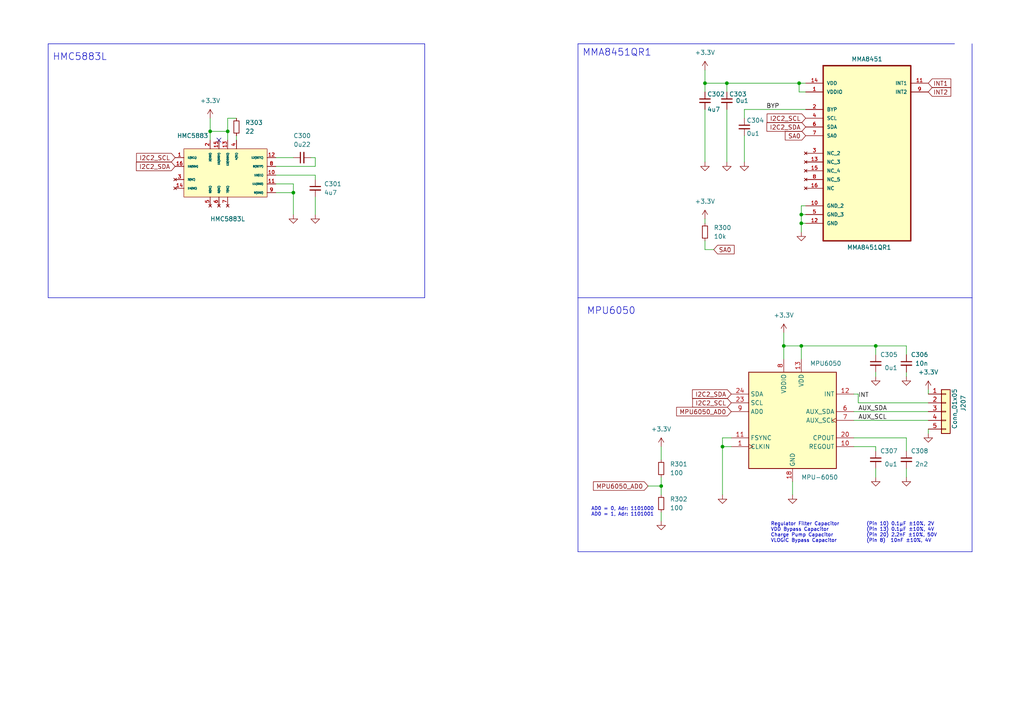
<source format=kicad_sch>
(kicad_sch (version 20230121) (generator eeschema)
  (paper "A4")
  (lib_symbols
    (symbol "Connector_Generic:Conn_01x05" (pin_names (offset 1.016) hide)
      (property "Reference" "J" (at 0 7.62 0))
      (property "Value" "Conn_01x05" (at 0 -7.62 0))
      (symbol "Conn_01x05_1_1"
        (rectangle (start -1.27 -4.953) (end 0 -5.207) (stroke (width 0.1524)))
        (rectangle (start -1.27 -2.413) (end 0 -2.667) (stroke (width 0.1524)))
        (rectangle (start -1.27 0.127) (end 0 -0.127) (stroke (width 0.1524)))
        (rectangle (start -1.27 2.667) (end 0 2.413) (stroke (width 0.1524)))
        (rectangle (start -1.27 5.207) (end 0 4.953) (stroke (width 0.1524)))
        (rectangle (start -1.27 6.35) (end 1.27 -6.35) (stroke (width 0.254)) (fill (type background)))
        (pin passive line (at -5.08 5.08 0) (length 3.81) (name "Pin_1") (number "1"))
        (pin passive line (at -5.08 2.54 0) (length 3.81) (name "Pin_2") (number "2"))
        (pin passive line (at -5.08 0 0) (length 3.81) (name "Pin_3") (number "3"))
        (pin passive line (at -5.08 -2.54 0) (length 3.81) (name "Pin_4") (number "4"))
        (pin passive line (at -5.08 -5.08 0) (length 3.81) (name "Pin_5") (number "5"))
      )
    )
    (symbol "Device:C_Small" (pin_numbers hide) (pin_names (offset 0.254) hide)
      (property "Reference" "C" (at 0.254 1.778 0))
      (property "Value" "C_Small" (at 0.254 -2.032 0))
      (symbol "C_Small_0_1"
        (polyline (pts (xy -1.524 -0.508) (xy 1.524 -0.508)) (stroke (width 0.3302)))
        (polyline (pts (xy -1.524 0.508) (xy 1.524 0.508)) (stroke (width 0.3048)))
      )
      (symbol "C_Small_1_1"
        (pin passive line (at 0 2.54 270) (length 2.032) (name "~") (number "1"))
        (pin passive line (at 0 -2.54 90) (length 2.032) (name "~") (number "2"))
      )
    )
    (symbol "Device:R_Small" (pin_numbers hide) (pin_names (offset 0.254) hide)
      (property "Reference" "R" (at 0.762 0.508 0))
      (property "Value" "R_Small" (at 0.762 -1.016 0))
      (symbol "R_Small_0_1"
        (rectangle (start -0.762 1.778) (end 0.762 -1.778) (stroke (width 0.2032)))
      )
      (symbol "R_Small_1_1"
        (pin passive line (at 0 2.54 270) (length 0.762) (name "~") (number "1"))
        (pin passive line (at 0 -2.54 90) (length 0.762) (name "~") (number "2"))
      )
    )
    (symbol "MAGNETIC-HMC5883L_PLCC16_:MAGNETIC-HMC5883L(PLCC16)" (pin_names (offset 1.016))
      (property "Reference" "U" (at -1.27 20.32 0))
      (property "Value" "MAGNETIC-HMC5883L(PLCC16)" (at -5.08 2.54 0))
      (symbol "MAGNETIC-HMC5883L(PLCC16)_0_0"
        (polyline (pts (xy -20.32 7.62) (xy -19.05 7.62)) (stroke (width 0.1524)))
        (pin bidirectional line (at -21.59 16.51 0) (length 2.54) (name "1(SCL)") (number "1"))
        (pin bidirectional line (at 7.62 11.43 180) (length 2.54) (name "10(C1)") (number "10"))
        (pin power_in line (at 7.62 8.89 180) (length 2.54) (name "11(GND)") (number "11"))
        (pin bidirectional line (at 7.62 16.51 180) (length 2.54) (name "12(SETC)") (number "12"))
        (pin power_in line (at -6.35 21.59 270) (length 2.54) (name "13(VDDIO)") (number "13"))
        (pin no_connect line (at -21.59 7.62 0) (length 2.54) (name "14(NC)") (number "14"))
        (pin bidirectional line (at -8.89 21.59 270) (length 2.54) (name "15(DRDY)") (number "15"))
        (pin bidirectional line (at -21.59 13.97 0) (length 2.54) (name "16(SDA)") (number "16"))
        (pin power_in line (at -11.43 21.59 270) (length 2.54) (name "2(VDD)") (number "2"))
        (pin no_connect line (at -21.59 10.16 0) (length 2.54) (name "3(NC)") (number "3"))
        (pin bidirectional line (at -3.81 21.59 270) (length 2.54) (name "4(S1)") (number "4"))
        (pin no_connect line (at -11.43 2.54 90) (length 2.54) (name "5(NC)") (number "5"))
        (pin no_connect line (at -8.89 2.54 90) (length 2.54) (name "6(NC)") (number "6"))
        (pin no_connect line (at -6.35 2.54 90) (length 2.54) (name "7(NC)") (number "7"))
        (pin bidirectional line (at 7.62 13.97 180) (length 2.54) (name "8(SETP)") (number "8"))
        (pin power_in line (at 7.62 6.35 180) (length 2.54) (name "9(GND)") (number "9"))
      )
      (symbol "MAGNETIC-HMC5883L(PLCC16)_0_1"
        (rectangle (start -19.05 19.05) (end 5.08 5.08) (fill (type background)))
      )
    )
    (symbol "MMA8451QR1:MMA8451QR1" (pin_names (offset 1.016))
      (property "Reference" "U" (at -5.2368 25.4469 0))
      (property "Value" "MMA8451QR1" (at -4.3489 -32.4263 0))
      (symbol "MMA8451QR1_0_0"
        (rectangle (start -12.7 -27.94) (end 12.7 22.86) (stroke (width 0.4064)) (fill (type background)))
        (pin power_in line (at -17.78 15.24 0) (length 5.08) (name "VDDIO") (number "1"))
        (pin passive line (at -17.78 -17.78 0) (length 5.08) (name "GND_2") (number "10"))
        (pin output line (at 17.78 17.78 180) (length 5.08) (name "INT1") (number "11"))
        (pin passive line (at -17.78 -22.86 0) (length 5.08) (name "GND") (number "12"))
        (pin no_connect line (at -17.78 -5.08 0) (length 5.08) (name "NC_3") (number "13"))
        (pin power_in line (at -17.78 17.78 0) (length 5.08) (name "VDD") (number "14"))
        (pin no_connect line (at -17.78 -7.62 0) (length 5.08) (name "NC_4") (number "15"))
        (pin no_connect line (at -17.78 -12.7 0) (length 5.08) (name "NC") (number "16"))
        (pin input line (at -17.78 10.16 0) (length 5.08) (name "BYP") (number "2"))
        (pin no_connect line (at -17.78 -2.54 0) (length 5.08) (name "NC_2") (number "3"))
        (pin input line (at -17.78 7.62 0) (length 5.08) (name "SCL") (number "4"))
        (pin passive line (at -17.78 -20.32 0) (length 5.08) (name "GND_3") (number "5"))
        (pin input line (at -17.78 5.08 0) (length 5.08) (name "SDA") (number "6"))
        (pin input line (at -17.78 2.54 0) (length 5.08) (name "SA0") (number "7"))
        (pin no_connect line (at -17.78 -10.16 0) (length 5.08) (name "NC_5") (number "8"))
        (pin output line (at 17.78 15.24 180) (length 5.08) (name "INT2") (number "9"))
      )
    )
    (symbol "Sensor_Motion:MPU-6050"
      (property "Reference" "U" (at -11.43 13.97 0))
      (property "Value" "MPU-6050" (at 7.62 -15.24 0))
      (symbol "MPU-6050_0_0"
        (text "" (at 12.7 -2.54 0) (effects (font (size 1.27 1.27))))
      )
      (symbol "MPU-6050_0_1"
        (rectangle (start -12.7 13.97) (end 12.7 -13.97) (stroke (width 0.254)) (fill (type background)))
      )
      (symbol "MPU-6050_1_1"
        (pin input clock (at -17.78 -7.62 0) (length 5.08) (name "CLKIN") (number "1"))
        (pin passive line (at 17.78 -7.62 180) (length 5.08) (name "REGOUT") (number "10"))
        (pin input line (at -17.78 -5.08 0) (length 5.08) (name "FSYNC") (number "11"))
        (pin output line (at 17.78 7.62 180) (length 5.08) (name "INT") (number "12"))
        (pin power_in line (at 2.54 17.78 270) (length 3.81) (name "VDD") (number "13"))
        (pin no_connect line (at -12.7 -10.16 0) (length 2.54) hide (name "NC") (number "14"))
        (pin no_connect line (at 12.7 12.7 180) (length 2.54) hide (name "NC") (number "15"))
        (pin no_connect line (at 12.7 10.16 180) (length 2.54) hide (name "NC") (number "16"))
        (pin no_connect line (at 12.7 5.08 180) (length 2.54) hide (name "NC") (number "17"))
        (pin power_in line (at 0 -17.78 90) (length 3.81) (name "GND") (number "18"))
        (pin no_connect line (at 12.7 -10.16 180) (length 2.54) hide (name "NC") (number "19"))
        (pin no_connect line (at -12.7 12.7 0) (length 2.54) hide (name "NC") (number "2"))
        (pin passive line (at 17.78 -5.08 180) (length 5.08) (name "CPOUT") (number "20"))
        (pin no_connect line (at 12.7 -2.54 180) (length 2.54) hide (name "NC") (number "21"))
        (pin no_connect line (at 12.7 -12.7 180) (length 2.54) hide (name "NC") (number "22"))
        (pin input line (at -17.78 5.08 0) (length 5.08) (name "SCL") (number "23"))
        (pin bidirectional line (at -17.78 7.62 0) (length 5.08) (name "SDA") (number "24"))
        (pin no_connect line (at -12.7 10.16 0) (length 2.54) hide (name "NC") (number "3"))
        (pin no_connect line (at -12.7 0 0) (length 2.54) hide (name "NC") (number "4"))
        (pin no_connect line (at -12.7 -2.54 0) (length 2.54) hide (name "NC") (number "5"))
        (pin bidirectional line (at 17.78 2.54 180) (length 5.08) (name "AUX_SDA") (number "6"))
        (pin output clock (at 17.78 0 180) (length 5.08) (name "AUX_SCL") (number "7"))
        (pin power_in line (at -2.54 17.78 270) (length 3.81) (name "VDDIO") (number "8"))
        (pin input line (at -17.78 2.54 0) (length 5.08) (name "AD0") (number "9"))
      )
    )
    (symbol "power:+3.3V" (power) (pin_names (offset 0))
      (property "Value" "+3.3V" (at 0 3.556 0))
      (symbol "+3.3V_0_1"
        (polyline (pts (xy -0.762 1.27) (xy 0 2.54)))
        (polyline (pts (xy 0 0) (xy 0 2.54)))
        (polyline (pts (xy 0 2.54) (xy 0.762 1.27)))
      )
      (symbol "+3.3V_1_1"
        (pin power_in line (at 0 0 90) (length 0) hide (name "+3.3V") (number "1"))
      )
    )
    (symbol "power:GND" (power) (pin_names (offset 0))
      (property "Value" "GND" (at 0 -3.81 0))
      (symbol "GND_0_1"
        (polyline (pts (xy 0 0) (xy 0 -1.27) (xy 1.27 -1.27) (xy 0 -2.54) (xy -1.27 -1.27) (xy 0 -1.27)))
      )
      (symbol "GND_1_1"
        (pin power_in line (at 0 0 270) (length 0) hide (name "GND") (number "1"))
      )
    )
  )
  (junction (at 232.41 64.77))
  (junction (at 85.09 55.88))
  (junction (at 204.47 24.13))
  (junction (at 60.96 38.1))
  (junction (at 254 100.33))
  (junction (at 231.775 24.13))
  (junction (at 209.55 129.54))
  (junction (at 210.82 24.13))
  (junction (at 227.33 100.33))
  (junction (at 191.77 140.97))
  (junction (at 66.04 38.1))
  (junction (at 232.41 100.33))
  (junction (at 232.41 62.23))
  (no_connect (at 63.5 40.64))
  (wire (pts (xy 191.77 148.59) (xy 191.77 151.13)))
  (polyline (pts (xy 167.64 86.36) (xy 167.64 160.02)))
  (wire (pts (xy 204.47 31.75) (xy 204.47 46.99)))
  (wire (pts (xy 91.44 45.72) (xy 91.44 48.26)))
  (wire (pts (xy 254 130.81) (xy 254 129.54)))
  (polyline (pts (xy 167.64 12.7) (xy 167.64 86.36)))
  (wire (pts (xy 269.24 113.03) (xy 269.24 114.3)))
  (polyline (pts (xy 281.94 12.7) (xy 281.94 86.36)))
  (wire (pts (xy 209.55 143.51) (xy 209.55 129.54)))
  (wire (pts (xy 254 135.89) (xy 254 138.43)))
  (wire (pts (xy 66.04 34.29) (xy 66.04 38.1)))
  (wire (pts (xy 254 129.54) (xy 247.65 129.54)))
  (wire (pts (xy 85.09 53.34) (xy 85.09 55.88)))
  (wire (pts (xy 247.65 119.38) (xy 269.24 119.38)))
  (wire (pts (xy 269.24 124.46) (xy 269.24 125.73)))
  (wire (pts (xy 91.44 52.07) (xy 91.44 50.8)))
  (wire (pts (xy 232.41 64.77) (xy 233.68 64.77)))
  (wire (pts (xy 204.47 72.39) (xy 204.47 69.85)))
  (wire (pts (xy 68.58 39.37) (xy 68.58 40.64)))
  (wire (pts (xy 262.89 100.33) (xy 254 100.33)))
  (wire (pts (xy 210.82 24.13) (xy 231.775 24.13)))
  (wire (pts (xy 204.47 63.5) (xy 204.47 64.77)))
  (wire (pts (xy 209.55 129.54) (xy 209.55 127)))
  (wire (pts (xy 207.01 72.39) (xy 204.47 72.39)))
  (wire (pts (xy 262.89 102.87) (xy 262.89 100.33)))
  (wire (pts (xy 91.44 57.15) (xy 91.44 62.23)))
  (wire (pts (xy 215.9 31.75) (xy 233.68 31.75)))
  (polyline (pts (xy 123.19 12.7) (xy 123.19 86.36)))
  (wire (pts (xy 210.82 24.13) (xy 210.82 26.67)))
  (wire (pts (xy 204.47 24.13) (xy 210.82 24.13)))
  (wire (pts (xy 254 107.95) (xy 254 109.22)))
  (wire (pts (xy 247.65 114.3) (xy 248.92 114.3)))
  (wire (pts (xy 204.47 26.67) (xy 204.47 24.13)))
  (wire (pts (xy 191.77 140.97) (xy 191.77 143.51)))
  (wire (pts (xy 210.82 31.75) (xy 210.82 46.99)))
  (wire (pts (xy 231.775 26.67) (xy 231.775 24.13)))
  (wire (pts (xy 80.01 45.72) (xy 85.09 45.72)))
  (polyline (pts (xy 167.64 86.36) (xy 281.94 86.36)))
  (wire (pts (xy 232.41 62.23) (xy 233.68 62.23)))
  (wire (pts (xy 262.89 107.95) (xy 262.89 109.22)))
  (wire (pts (xy 262.89 135.89) (xy 262.89 138.43)))
  (wire (pts (xy 248.92 116.84) (xy 248.92 114.3)))
  (wire (pts (xy 191.77 138.43) (xy 191.77 140.97)))
  (wire (pts (xy 227.33 96.52) (xy 227.33 100.33)))
  (wire (pts (xy 80.01 55.88) (xy 85.09 55.88)))
  (wire (pts (xy 80.01 53.34) (xy 85.09 53.34)))
  (wire (pts (xy 247.65 127) (xy 262.89 127)))
  (wire (pts (xy 232.41 62.23) (xy 232.41 59.69)))
  (wire (pts (xy 80.01 48.26) (xy 91.44 48.26)))
  (wire (pts (xy 66.04 38.1) (xy 66.04 40.64)))
  (wire (pts (xy 232.41 64.77) (xy 232.41 62.23)))
  (polyline (pts (xy 276.86 12.7) (xy 167.64 12.7)))
  (wire (pts (xy 232.41 100.33) (xy 232.41 104.14)))
  (wire (pts (xy 90.17 45.72) (xy 91.44 45.72)))
  (wire (pts (xy 233.68 26.67) (xy 231.775 26.67)))
  (wire (pts (xy 254 100.33) (xy 232.41 100.33)))
  (wire (pts (xy 60.96 38.1) (xy 60.96 34.29)))
  (wire (pts (xy 85.09 55.88) (xy 85.09 62.23)))
  (wire (pts (xy 66.04 38.1) (xy 60.96 38.1)))
  (wire (pts (xy 91.44 50.8) (xy 80.01 50.8)))
  (wire (pts (xy 247.65 121.92) (xy 269.24 121.92)))
  (wire (pts (xy 60.96 38.1) (xy 60.96 40.64)))
  (polyline (pts (xy 281.94 86.36) (xy 281.94 160.02)))
  (wire (pts (xy 254 100.33) (xy 254 102.87)))
  (polyline (pts (xy 167.64 160.02) (xy 281.94 160.02)))
  (wire (pts (xy 209.55 127) (xy 212.09 127)))
  (wire (pts (xy 209.55 129.54) (xy 212.09 129.54)))
  (wire (pts (xy 262.89 130.81) (xy 262.89 127)))
  (polyline (pts (xy 123.19 12.7) (xy 13.97 12.7)))
  (wire (pts (xy 232.41 67.31) (xy 232.41 64.77)))
  (wire (pts (xy 231.775 24.13) (xy 233.68 24.13)))
  (wire (pts (xy 248.92 116.84) (xy 269.24 116.84)))
  (wire (pts (xy 191.77 129.54) (xy 191.77 133.35)))
  (wire (pts (xy 204.47 20.32) (xy 204.47 24.13)))
  (wire (pts (xy 232.41 59.69) (xy 233.68 59.69)))
  (wire (pts (xy 215.9 39.37) (xy 215.9 46.99)))
  (wire (pts (xy 215.9 34.29) (xy 215.9 31.75)))
  (wire (pts (xy 227.33 100.33) (xy 227.33 104.14)))
  (polyline (pts (xy 281.94 86.36) (xy 167.64 86.36)))
  (polyline (pts (xy 123.19 86.36) (xy 13.97 86.36)))
  (wire (pts (xy 191.77 140.97) (xy 187.96 140.97)))
  (wire (pts (xy 232.41 100.33) (xy 227.33 100.33)))
  (wire (pts (xy 68.58 34.29) (xy 66.04 34.29)))
  (polyline (pts (xy 13.97 12.7) (xy 13.97 86.36)))
  (wire (pts (xy 229.87 139.7) (xy 229.87 143.51)))
  (text "AD0 = 0, Adr: 1101000\nAD0 = 1, Adr: 1101001" (at 171.45 149.86 0) (effects (font (size 1 1)) (justify left bottom)))
  (text "MPU6050\n" (at 170.18 91.44 0) (effects (font (size 2 2)) (justify left bottom)))
  (text "MMA8451QR1" (at 168.91 16.51 0) (effects (font (size 2 2)) (justify left bottom)))
  (text "HMC5883L" (at 15.24 17.78 0) (effects (font (size 2 2)) (justify left bottom)))
  (text "Regulator Filter Capacitor 	(Pin 10) 0.1µF ±10%, 2V \nVDD Bypass Capacitor       	(Pin 13) 0.1µF ±10%, 4V \nCharge Pump Capacitor      	(Pin 20) 2.2nF ±10%, 50V \nVLOGIC Bypass Capacitor    	(Pin 8)  10nF ±10%, 4V " (at 223.52 157.48 0) (effects (font (size 1 1)) (justify left bottom)))
  (label "INT" (at 248.92 115.57 0))
  (label "BYP" (at 222.25 31.75 0))
  (label "AUX_SDA" (at 248.92 119.38 0))
  (label "AUX_SCL" (at 248.92 121.92 0))
  (global_label "I2C2_SDA" (shape input) (at 212.09 114.3 180) (property "Intersheetrefs" "${INTERSHEET_REFS}" (effects hide)))
  (global_label "MPU6050_AD0" (shape input) (at 212.09 119.38 180) (property "Intersheetrefs" "${INTERSHEET_REFS}" (effects hide)))
  (global_label "I2C2_SDA" (shape input) (at 50.8 48.26 180) (property "Intersheetrefs" "${INTERSHEET_REFS}" (effects hide)))
  (global_label "I2C2_SCL" (shape input) (at 212.09 116.84 180) (property "Intersheetrefs" "${INTERSHEET_REFS}" (effects hide)))
  (global_label "INT2" (shape input) (at 269.24 26.67 0) (property "Intersheetrefs" "${INTERSHEET_REFS}" (effects hide)))
  (global_label "I2C2_SCL" (shape input) (at 50.8 45.72 180) (property "Intersheetrefs" "${INTERSHEET_REFS}" (effects hide)))
  (global_label "I2C2_SDA" (shape input) (at 233.68 36.83 180) (property "Intersheetrefs" "${INTERSHEET_REFS}" (effects hide)))
  (global_label "INT1" (shape input) (at 269.24 24.13 0) (property "Intersheetrefs" "${INTERSHEET_REFS}" (effects hide)))
  (global_label "SA0" (shape input) (at 233.68 39.37 180) (property "Intersheetrefs" "${INTERSHEET_REFS}" (effects hide)))
  (global_label "I2C2_SCL" (shape input) (at 233.68 34.29 180) (property "Intersheetrefs" "${INTERSHEET_REFS}" (effects hide)))
  (global_label "SA0" (shape input) (at 207.01 72.39 0) (property "Intersheetrefs" "${INTERSHEET_REFS}" (effects hide)))
  (global_label "MPU6050_AD0" (shape input) (at 187.96 140.97 180) (property "Intersheetrefs" "${INTERSHEET_REFS}" (effects hide)))
  (symbol (lib_id "power:GND") (at 191.77 151.13 0) (unit 1)
    (property "Reference" "#PWR0164" (effects hide))
    (property "Value" "GND" (effects hide))
  )
  (symbol (lib_id "Device:C_Small") (at 254 133.35 0) (unit 1)
    (property "Reference" "C307" (at 255.27 130.81 0) (effects (justify left)))
    (property "Value" "0u1" (at 256.54 134.6262 0) (effects (justify left)))
    (property "Footprint" "Capacitor_SMD:C_0805_2012Metric" (effects hide))
    (property "PARTREV" "C14663" (effects hide))
  )
  (symbol (lib_id "power:GND") (at 229.87 143.51 0) (unit 1)
    (property "Reference" "#PWR0174" (effects hide))
    (property "Value" "GND" (effects hide))
  )
  (symbol (lib_id "power:+3.3V") (at 60.96 34.29 0) (unit 1)
    (property "Reference" "#PWR0181" (effects hide))
    (property "Value" "+3.3V" (at 60.96 29.21 0))
  )
  (symbol (lib_id "Device:R_Small") (at 191.77 135.89 0) (unit 1)
    (property "Reference" "R301" (at 194.31 134.6199 0) (effects (justify left)))
    (property "Value" "100" (at 194.31 137.1599 0) (effects (justify left)))
    (property "Footprint" "Resistor_SMD:R_0603_1608Metric" (effects hide))
    (property "PARTREV" "C22775" (effects hide))
  )
  (symbol (lib_id "power:+3.3V") (at 204.47 63.5 0) (unit 1)
    (property "Reference" "#PWR0169" (effects hide))
    (property "Value" "+3.3V" (at 204.47 58.42 0))
  )
  (symbol (lib_id "Device:R_Small") (at 68.58 36.83 0) (unit 1)
    (property "Reference" "R303" (at 71.12 35.5599 0) (effects (justify left)))
    (property "Value" "22" (at 71.12 38.0999 0) (effects (justify left)))
    (property "Footprint" "Resistor_SMD:R_0603_1608Metric" (effects hide))
    (property "PARTREV" "C25804" (effects hide))
  )
  (symbol (lib_id "power:GND") (at 254 109.22 0) (unit 1)
    (property "Reference" "#PWR0177" (effects hide))
    (property "Value" "GND" (effects hide))
  )
  (symbol (lib_id "MAGNETIC-HMC5883L_PLCC16_:MAGNETIC-HMC5883L(PLCC16)") (at 72.39 62.23 0) (unit 1)
    (property "Reference" "HMC5883" (at 55.88 39.37 0))
    (property "Value" "HMC5883L" (at 66.04 63.5 0))
    (property "Footprint" "Added footprints:PLCC16-0.5-3X3MM" (effects hide))
    (property "MPN" "HMC5883L" (effects hide))
    (property "VALUE" "HMC5883L" (effects hide))
    (property "PARTREV" "C15640" (effects hide))
  )
  (symbol (lib_id "power:GND") (at 254 138.43 0) (unit 1)
    (property "Reference" "#PWR0178" (effects hide))
    (property "Value" "GND" (effects hide))
  )
  (symbol (lib_id "power:GND") (at 209.55 143.51 0) (unit 1)
    (property "Reference" "#PWR0166" (effects hide))
    (property "Value" "GND" (effects hide))
  )
  (symbol (lib_id "Device:C_Small") (at 91.44 54.61 0) (unit 1)
    (property "Reference" "C301" (at 93.98 53.3462 0) (effects (justify left)))
    (property "Value" "4u7" (at 93.98 55.8862 0) (effects (justify left)))
    (property "Footprint" "Capacitor_SMD:C_0805_2012Metric" (effects hide))
    (property "PARTREV" "C29823" (effects hide))
  )
  (symbol (lib_id "power:GND") (at 85.09 62.23 0) (unit 1)
    (property "Reference" "#PWR0180" (effects hide))
    (property "Value" "GND" (effects hide))
  )
  (symbol (lib_id "Sensor_Motion:MPU-6050") (at 229.87 121.92 0) (unit 1)
    (property "Reference" "MPU6050" (at 234.95 105.41 0) (effects (justify left)))
    (property "Value" "MPU-6050" (at 232.41 138.43 0) (effects (justify left)))
    (property "Footprint" "Sensor_Motion:InvenSense_QFN-24_4x4mm_P0.5mm" (effects hide))
    (property "Datasheet" "https://store.invensense.com/datasheets/invensense/MPU-6050_DataSheet_V3%204.pdf" (effects hide))
    (property "PARTREV" "C24112" (effects hide))
    (property "Mouser" "410-MPU-6050" (effects hide))
  )
  (symbol (lib_id "Device:C_Small") (at 204.47 29.21 0) (unit 1)
    (property "Reference" "C302" (at 205.105 27.305 0) (effects (justify left)))
    (property "Value" "4u7" (at 205.105 31.75 0) (effects (justify left)))
    (property "Footprint" "Capacitor_SMD:C_0805_2012Metric" (effects hide))
    (property "JLC" "C29823" (effects hide))
    (property "PARTREV" "C29823" (effects hide))
  )
  (symbol (lib_id "power:GND") (at 232.41 67.31 0) (unit 1)
    (property "Reference" "#PWR0167" (effects hide))
    (property "Value" "GND" (effects hide))
  )
  (symbol (lib_id "power:GND") (at 269.24 125.73 0) (unit 1)
    (property "Reference" "#PWR010" (effects hide))
    (property "Value" "GND" (effects hide))
  )
  (symbol (lib_id "Connector_Generic:Conn_01x05") (at 274.32 119.38 0) (unit 1)
    (property "Reference" "J207" (at 279.4 119.38 90) (effects (justify left)))
    (property "Value" "Conn_01x05" (at 276.86 124.46 90) (effects (justify left)))
    (property "Footprint" "Connector_PinSocket_2.54mm:PinSocket_1x05_P2.54mm_Vertical" (effects hide))
    (instances (project "Kandidat_arbete" (path "" (reference "J207") (unit 1)) (path "" (reference "J4") (unit 1))))
  )
  (symbol (lib_id "power:GND") (at 91.44 62.23 0) (unit 1)
    (property "Reference" "#PWR0179" (effects hide))
    (property "Value" "GND" (effects hide))
  )
  (symbol (lib_id "Device:C_Small") (at 262.89 105.41 0) (unit 1)
    (property "Reference" "C306" (at 264.16 102.87 0) (effects (justify left)))
    (property "Value" "10n" (at 265.43 105.41 0) (effects (justify left)))
    (property "Footprint" "Capacitor_SMD:C_0805_2012Metric" (effects hide))
    (property "PARTREV" "C57112" (effects hide))
  )
  (symbol (lib_id "power:GND") (at 210.82 46.99 0) (unit 1)
    (property "Reference" "#PWR0170" (effects hide))
    (property "Value" "GND" (effects hide))
  )
  (symbol (lib_id "Device:C_Small") (at 262.89 133.35 0) (unit 1)
    (property "Reference" "C308" (at 264.16 130.81 0) (effects (justify left)))
    (property "Value" "2n2" (at 265.43 134.6262 0) (effects (justify left)))
    (property "Footprint" "Capacitor_SMD:C_0805_2012Metric" (effects hide))
    (property "PARTREV" "C1604" (effects hide))
  )
  (symbol (lib_id "power:+3.3V") (at 191.77 129.54 0) (unit 1)
    (property "Reference" "#PWR0165" (effects hide))
    (property "Value" "+3.3V" (at 191.77 124.46 0))
  )
  (symbol (lib_id "Device:R_Small") (at 191.77 146.05 180) (unit 1)
    (property "Reference" "R302" (at 194.31 144.7799 0) (effects (justify right)))
    (property "Value" "100" (at 194.31 147.3199 0) (effects (justify right)))
    (property "Footprint" "Resistor_SMD:R_0603_1608Metric" (effects hide))
    (property "PARTREV" "C22775" (effects hide))
  )
  (symbol (lib_id "power:GND") (at 215.9 46.99 0) (unit 1)
    (property "Reference" "#PWR0168" (effects hide))
    (property "Value" "GND" (effects hide))
  )
  (symbol (lib_id "power:GND") (at 262.89 138.43 0) (unit 1)
    (property "Reference" "#PWR0175" (effects hide))
    (property "Value" "GND" (effects hide))
  )
  (symbol (lib_id "power:GND") (at 204.47 46.99 0) (unit 1)
    (property "Reference" "#PWR0171" (effects hide))
    (property "Value" "GND" (effects hide))
  )
  (symbol (lib_id "MMA8451QR1:MMA8451QR1") (at 251.46 41.91 0) (unit 1)
    (property "Reference" "MMA8451" (at 251.46 17.145 0))
    (property "Value" "MMA8451QR1" (at 252.095 71.755 0))
    (property "Footprint" "MMA8451QR1_3axis_acce:QFN50P300X300X100-16N" (effects hide))
    (property "SUPPLIER" "Freescale" (effects hide))
    (property "OC_FARNELL" "1908021" (effects hide))
    (property "OC_NEWARK" "84R7350" (effects hide))
    (property "PACKAGE" "QFN-16" (effects hide))
    (property "MPN" "MMA8451QR1" (effects hide))
    (property "PARTREV" "C118083" (effects hide))
  )
  (symbol (lib_id "power:+3.3V") (at 204.47 20.32 0) (unit 1)
    (property "Reference" "#PWR0172" (effects hide))
    (property "Value" "+3.3V" (at 204.47 15.24 0))
  )
  (symbol (lib_id "Device:R_Small") (at 204.47 67.31 0) (unit 1)
    (property "Reference" "R300" (at 207.01 66.0399 0) (effects (justify left)))
    (property "Value" "10k" (at 207.01 68.5799 0) (effects (justify left)))
    (property "Footprint" "Resistor_SMD:R_0603_1608Metric" (effects hide))
    (property "PARTREV" "C25804" (effects hide))
  )
  (symbol (lib_id "Device:C_Small") (at 87.63 45.72 90) (unit 1)
    (property "Reference" "C300" (at 87.6363 39.37 90))
    (property "Value" "0u22" (at 87.6363 41.91 90))
    (property "Footprint" "Capacitor_SMD:C_0805_2012Metric" (effects hide))
    (property "PARTREV" "C21122" (effects hide))
  )
  (symbol (lib_id "power:GND") (at 262.89 109.22 0) (unit 1)
    (property "Reference" "#PWR0176" (effects hide))
    (property "Value" "GND" (effects hide))
  )
  (symbol (lib_id "Device:C_Small") (at 210.82 29.21 0) (unit 1)
    (property "Reference" "C303" (at 211.455 27.305 0) (effects (justify left)))
    (property "Value" "0u1" (at 213.36 29.21 0) (effects (justify left)))
    (property "Footprint" "Capacitor_SMD:C_0805_2012Metric" (effects hide))
    (property "PARTREV" "C14663" (effects hide))
  )
  (symbol (lib_id "Device:C_Small") (at 215.9 36.83 0) (unit 1)
    (property "Reference" "C304" (at 216.535 34.925 0) (effects (justify left)))
    (property "Value" "0u1" (at 216.535 38.735 0) (effects (justify left)))
    (property "Footprint" "Capacitor_SMD:C_0805_2012Metric" (effects hide))
    (property "PARTREV" "C14663" (effects hide))
  )
  (symbol (lib_id "power:+3.3V") (at 269.24 113.03 0) (unit 1)
    (property "Reference" "#PWR09" (effects hide))
    (property "Value" "+3.3V" (at 269.24 107.95 0))
  )
  (symbol (lib_id "power:+3.3V") (at 227.33 96.52 0) (unit 1)
    (property "Reference" "#PWR0173" (effects hide))
    (property "Value" "+3.3V" (at 227.33 91.44 0))
  )
  (symbol (lib_id "Device:C_Small") (at 254 105.41 0) (unit 1)
    (property "Reference" "C305" (at 255.27 102.87 0) (effects (justify left)))
    (property "Value" "0u1" (at 256.54 106.6862 0) (effects (justify left)))
    (property "Footprint" "Capacitor_SMD:C_0805_2012Metric" (effects hide))
    (property "PARTREV" "C14663" (effects hide))
  )
)
</source>
